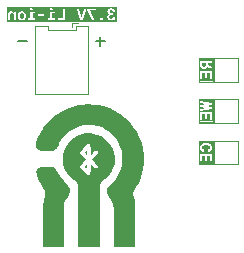
<source format=gbo>
%TF.GenerationSoftware,KiCad,Pcbnew,9.0.5*%
%TF.CreationDate,2026-01-28T11:34:24-05:00*%
%TF.ProjectId,lmp91000-pcb,6c6d7039-3130-4303-902d-7063622e6b69,rev?*%
%TF.SameCoordinates,Original*%
%TF.FileFunction,Legend,Bot*%
%TF.FilePolarity,Positive*%
%FSLAX46Y46*%
G04 Gerber Fmt 4.6, Leading zero omitted, Abs format (unit mm)*
G04 Created by KiCad (PCBNEW 9.0.5) date 2026-01-28 11:34:24*
%MOMM*%
%LPD*%
G01*
G04 APERTURE LIST*
%ADD10C,0.100000*%
%ADD11C,0.200000*%
%ADD12C,0.150000*%
%ADD13C,0.120000*%
%ADD14C,0.000000*%
G04 APERTURE END LIST*
D10*
X56700000Y-40900000D02*
X58000000Y-40900000D01*
X56700000Y-47900000D02*
X58000000Y-47900000D01*
D11*
X58000000Y-46050000D02*
X58000000Y-47950000D01*
D10*
X56700000Y-39100000D02*
X58000000Y-39100000D01*
X56700000Y-46100000D02*
X58000000Y-46100000D01*
X56700000Y-44400000D02*
X58000000Y-44400000D01*
X56700000Y-46000000D02*
X60000000Y-46000000D01*
X60000000Y-48000000D01*
X56700000Y-48000000D01*
X56700000Y-46000000D01*
X56700000Y-42500000D02*
X60000000Y-42500000D01*
X60000000Y-44500000D01*
X56700000Y-44500000D01*
X56700000Y-42500000D01*
D11*
X58000000Y-39050000D02*
X58000000Y-40950000D01*
D10*
X56700000Y-42600000D02*
X58000000Y-42600000D01*
X56700000Y-39000000D02*
X60000000Y-39000000D01*
X60000000Y-41000000D01*
X56700000Y-41000000D01*
X56700000Y-39000000D01*
D11*
X58000000Y-42550000D02*
X58000000Y-44450000D01*
D12*
G36*
X57302618Y-39584299D02*
G01*
X57299290Y-39627072D01*
X57289979Y-39662517D01*
X57274250Y-39693605D01*
X57253464Y-39717533D01*
X57232638Y-39733041D01*
X57207669Y-39744522D01*
X57180066Y-39751349D01*
X57148257Y-39753742D01*
X57110083Y-39750603D01*
X57078220Y-39741774D01*
X57050306Y-39726714D01*
X57028028Y-39705932D01*
X57012580Y-39682840D01*
X57000734Y-39653969D01*
X56993674Y-39621964D01*
X56991147Y-39583627D01*
X56991147Y-39442210D01*
X57302618Y-39442210D01*
X57302618Y-39584299D01*
G37*
G36*
X57941111Y-40881697D02*
G01*
X56724271Y-40881697D01*
X56724271Y-40768510D01*
X56835382Y-40768510D01*
X56991819Y-40768510D01*
X56991819Y-40293030D01*
X57242534Y-40293030D01*
X57242534Y-40701588D01*
X57394148Y-40701588D01*
X57394148Y-40293030D01*
X57674905Y-40293030D01*
X57674905Y-40770586D01*
X57830000Y-40770586D01*
X57830000Y-40100445D01*
X56835382Y-40100445D01*
X56835382Y-40768510D01*
X56724271Y-40768510D01*
X56724271Y-39583627D01*
X56835382Y-39583627D01*
X56840464Y-39663981D01*
X56854860Y-39733226D01*
X56879344Y-39796393D01*
X56911891Y-39848020D01*
X56953942Y-39889672D01*
X57005497Y-39920743D01*
X57064466Y-39939684D01*
X57135251Y-39946389D01*
X57186998Y-39943082D01*
X57231238Y-39933749D01*
X57272034Y-39918262D01*
X57307442Y-39897845D01*
X57339358Y-39871654D01*
X57366854Y-39840815D01*
X57390217Y-39806084D01*
X57410573Y-39766687D01*
X57821146Y-39980522D01*
X57830000Y-39980522D01*
X57830000Y-39774930D01*
X57458384Y-39587718D01*
X57458384Y-39442210D01*
X57830000Y-39442210D01*
X57830000Y-39250297D01*
X56835382Y-39250297D01*
X56835382Y-39583627D01*
X56724271Y-39583627D01*
X56724271Y-39139186D01*
X57941111Y-39139186D01*
X57941111Y-40881697D01*
G37*
X48766666Y-37573866D02*
X48004762Y-37573866D01*
X48385714Y-37954819D02*
X48385714Y-37192914D01*
X42195236Y-37573866D02*
X41433332Y-37573866D01*
G36*
X57941111Y-44381697D02*
G01*
X56724271Y-44381697D01*
X56724271Y-44268510D01*
X56835382Y-44268510D01*
X56991819Y-44268510D01*
X56991819Y-43793030D01*
X57242534Y-43793030D01*
X57242534Y-44201588D01*
X57394148Y-44201588D01*
X57394148Y-43793030D01*
X57674905Y-43793030D01*
X57674905Y-44270586D01*
X57830000Y-44270586D01*
X57830000Y-43600445D01*
X56835382Y-43600445D01*
X56835382Y-44268510D01*
X56724271Y-44268510D01*
X56724271Y-42854100D01*
X56835382Y-42854100D01*
X57391461Y-42920351D01*
X57430357Y-42925174D01*
X57389385Y-42931280D01*
X56835382Y-43009866D01*
X56835382Y-43147191D01*
X57393476Y-43230478D01*
X57434448Y-43236645D01*
X57392805Y-43241408D01*
X56835382Y-43309063D01*
X56835382Y-43485284D01*
X57830000Y-43347287D01*
X57830000Y-43173814D01*
X57293093Y-43087046D01*
X57242534Y-43079536D01*
X57293093Y-43072025D01*
X57830000Y-42988678D01*
X57830000Y-42815143D01*
X56835382Y-42678550D01*
X56835382Y-42854100D01*
X56724271Y-42854100D01*
X56724271Y-42567439D01*
X57941111Y-42567439D01*
X57941111Y-44381697D01*
G37*
G36*
X41784157Y-35220595D02*
G01*
X41816398Y-35233702D01*
X41843593Y-35254563D01*
X41865552Y-35282184D01*
X41881932Y-35314719D01*
X41893640Y-35353197D01*
X41900231Y-35394233D01*
X41902494Y-35438621D01*
X41902494Y-35452971D01*
X41900220Y-35498532D01*
X41893640Y-35540043D01*
X41881887Y-35578738D01*
X41865552Y-35610751D01*
X41843535Y-35638308D01*
X41816032Y-35659234D01*
X41783401Y-35672334D01*
X41742637Y-35677002D01*
X41703046Y-35672359D01*
X41670891Y-35659234D01*
X41643677Y-35638338D01*
X41621676Y-35610751D01*
X41605917Y-35578789D01*
X41594382Y-35540043D01*
X41587802Y-35498532D01*
X41585528Y-35452971D01*
X41585528Y-35438621D01*
X41587790Y-35394233D01*
X41594382Y-35353197D01*
X41605873Y-35314670D01*
X41621676Y-35282184D01*
X41643684Y-35254560D01*
X41670891Y-35233702D01*
X41703216Y-35220614D01*
X41743980Y-35215933D01*
X41784157Y-35220595D01*
G37*
G36*
X49761232Y-35940460D02*
G01*
X40456168Y-35940460D01*
X40456168Y-35360036D01*
X40567279Y-35360036D01*
X40567279Y-35815000D01*
X40757239Y-35815000D01*
X40757239Y-35362784D01*
X40759964Y-35321128D01*
X40767131Y-35290732D01*
X40779516Y-35264788D01*
X40795463Y-35245975D01*
X40815563Y-35232150D01*
X40839854Y-35223077D01*
X40898595Y-35216605D01*
X40948848Y-35222772D01*
X40989453Y-35241151D01*
X41015465Y-35262400D01*
X41036592Y-35289694D01*
X41036592Y-35815000D01*
X41227224Y-35815000D01*
X41227224Y-35438621D01*
X41394896Y-35438621D01*
X41394896Y-35452971D01*
X41400876Y-35532148D01*
X41418160Y-35602936D01*
X41446969Y-35667577D01*
X41485755Y-35722065D01*
X41534931Y-35766833D01*
X41595053Y-35801017D01*
X41639163Y-35816452D01*
X41688100Y-35826027D01*
X41742637Y-35829349D01*
X41797627Y-35826022D01*
X41846885Y-35816442D01*
X41891198Y-35801017D01*
X41951588Y-35766817D01*
X42000863Y-35722065D01*
X42040191Y-35667530D01*
X42043285Y-35660638D01*
X42252555Y-35660638D01*
X42252555Y-35815000D01*
X42855102Y-35815000D01*
X42855102Y-35660638D01*
X43930992Y-35660638D01*
X43930992Y-35815000D01*
X44533539Y-35815000D01*
X44533539Y-35660638D01*
X44323124Y-35660638D01*
X44323124Y-35659905D01*
X44758609Y-35659905D01*
X44758609Y-35815000D01*
X45417149Y-35815000D01*
X45417149Y-34820382D01*
X46379649Y-34820382D01*
X46680922Y-35815000D01*
X46876316Y-35815000D01*
X47144864Y-34926261D01*
X47291285Y-34926261D01*
X47678654Y-35815000D01*
X47878750Y-35815000D01*
X47827928Y-35705029D01*
X48324493Y-35705029D01*
X48328609Y-35739017D01*
X48340512Y-35768123D01*
X48360397Y-35793506D01*
X48386248Y-35812645D01*
X48417714Y-35824476D01*
X48456384Y-35828677D01*
X48495431Y-35824417D01*
X48526972Y-35812453D01*
X48552677Y-35793140D01*
X48572389Y-35767610D01*
X48584159Y-35738606D01*
X48588214Y-35705029D01*
X48584249Y-35671333D01*
X48572717Y-35641962D01*
X48553410Y-35615881D01*
X48528005Y-35596049D01*
X48496282Y-35583720D01*
X48456384Y-35579305D01*
X48416904Y-35583659D01*
X48385273Y-35595855D01*
X48359725Y-35615514D01*
X48340209Y-35641451D01*
X48328524Y-35670925D01*
X48324493Y-35705029D01*
X47827928Y-35705029D01*
X47749931Y-35536257D01*
X48966974Y-35536257D01*
X48973873Y-35603273D01*
X48993658Y-35660638D01*
X49025350Y-35710981D01*
X49066747Y-35752168D01*
X49116811Y-35784811D01*
X49177084Y-35809199D01*
X49242587Y-35823688D01*
X49314715Y-35828677D01*
X49377533Y-35824318D01*
X49438729Y-35811275D01*
X49496258Y-35789085D01*
X49546257Y-35758274D01*
X49588574Y-35719017D01*
X49621789Y-35670225D01*
X49637172Y-35633683D01*
X49646764Y-35592092D01*
X49650121Y-35544501D01*
X49460222Y-35544501D01*
X49457439Y-35572332D01*
X49449293Y-35597440D01*
X49435974Y-35619884D01*
X49417846Y-35638778D01*
X49396444Y-35654395D01*
X49370769Y-35666439D01*
X49342499Y-35673784D01*
X49310624Y-35676331D01*
X49274913Y-35673655D01*
X49244373Y-35666072D01*
X49217067Y-35653239D01*
X49195158Y-35636031D01*
X49178462Y-35616383D01*
X49166154Y-35592311D01*
X49158780Y-35565340D01*
X49156201Y-35534242D01*
X49159318Y-35495677D01*
X49167864Y-35465244D01*
X49182193Y-35438880D01*
X49201325Y-35418105D01*
X49225650Y-35402236D01*
X49254936Y-35390811D01*
X49287154Y-35384232D01*
X49324973Y-35381896D01*
X49428105Y-35381896D01*
X49428105Y-35234373D01*
X49324973Y-35234373D01*
X49285615Y-35231359D01*
X49254265Y-35223077D01*
X49226921Y-35209206D01*
X49206088Y-35191325D01*
X49191283Y-35171840D01*
X49180503Y-35147972D01*
X49174148Y-35121588D01*
X49171955Y-35092285D01*
X49174163Y-35063754D01*
X49180503Y-35038674D01*
X49191210Y-35015895D01*
X49206088Y-34996603D01*
X49225089Y-34981676D01*
X49249502Y-34969980D01*
X49277050Y-34962928D01*
X49310624Y-34960394D01*
X49338669Y-34962500D01*
X49364235Y-34968637D01*
X49387789Y-34978668D01*
X49407588Y-34991840D01*
X49424725Y-35009106D01*
X49437691Y-35029392D01*
X49445812Y-35052284D01*
X49448621Y-35078607D01*
X49638520Y-35078607D01*
X49632156Y-35019942D01*
X49613607Y-34967965D01*
X49584019Y-34921589D01*
X49544914Y-34881870D01*
X49497992Y-34850611D01*
X49442149Y-34826549D01*
X49381449Y-34811777D01*
X49314715Y-34806704D01*
X49242838Y-34811398D01*
X49179465Y-34824839D01*
X49121583Y-34847707D01*
X49074258Y-34878450D01*
X49035513Y-34918704D01*
X49006297Y-34967599D01*
X48988392Y-35023344D01*
X48982056Y-35090209D01*
X48984445Y-35122020D01*
X48991643Y-35153407D01*
X49003344Y-35183611D01*
X49019608Y-35212513D01*
X49040069Y-35239145D01*
X49065404Y-35264049D01*
X49094415Y-35285777D01*
X49128235Y-35304715D01*
X49088706Y-35322151D01*
X49056184Y-35343000D01*
X49028184Y-35367989D01*
X49005931Y-35395573D01*
X48988737Y-35426898D01*
X48976561Y-35461153D01*
X48969413Y-35497368D01*
X48966974Y-35536257D01*
X47749931Y-35536257D01*
X47490770Y-34975476D01*
X47990125Y-34975476D01*
X47990125Y-34820382D01*
X47291285Y-34820382D01*
X47291285Y-34926261D01*
X47144864Y-34926261D01*
X47176857Y-34820382D01*
X46965099Y-34820382D01*
X46796388Y-35470006D01*
X46779291Y-35536990D01*
X46760851Y-35469335D01*
X46591407Y-34820382D01*
X46379649Y-34820382D01*
X45417149Y-34820382D01*
X45224502Y-34820382D01*
X45224502Y-35659905D01*
X44758609Y-35659905D01*
X44323124Y-35659905D01*
X44323124Y-35230954D01*
X44533539Y-35230954D01*
X44533539Y-35075860D01*
X44131149Y-35075860D01*
X44131149Y-35660638D01*
X43930992Y-35660638D01*
X42855102Y-35660638D01*
X42644687Y-35660638D01*
X42644687Y-35452971D01*
X43079500Y-35452971D01*
X43648525Y-35452971D01*
X43648525Y-35299220D01*
X43079500Y-35299220D01*
X43079500Y-35452971D01*
X42644687Y-35452971D01*
X42644687Y-35230954D01*
X42855102Y-35230954D01*
X42855102Y-35075860D01*
X42452712Y-35075860D01*
X42452712Y-35660638D01*
X42252555Y-35660638D01*
X42043285Y-35660638D01*
X42069190Y-35602936D01*
X42086428Y-35532151D01*
X42092393Y-35452971D01*
X42092393Y-35438621D01*
X42086439Y-35360036D01*
X42069190Y-35289389D01*
X42040190Y-35224732D01*
X42000863Y-35170137D01*
X41951707Y-35125276D01*
X41891869Y-35090881D01*
X41847973Y-35075269D01*
X41798954Y-35065560D01*
X41743980Y-35062182D01*
X41689007Y-35065555D01*
X41639880Y-35075261D01*
X41595786Y-35090881D01*
X41535515Y-35125267D01*
X41485755Y-35170137D01*
X41446969Y-35224686D01*
X41418160Y-35289389D01*
X41400865Y-35360039D01*
X41394896Y-35438621D01*
X41227224Y-35438621D01*
X41227224Y-35075860D01*
X41055032Y-35075860D01*
X41043431Y-35178319D01*
X41012046Y-35140767D01*
X40975837Y-35109993D01*
X40941577Y-35089557D01*
X40904090Y-35074516D01*
X40864282Y-35065316D01*
X40821414Y-35062182D01*
X40766995Y-35066419D01*
X40718954Y-35078607D01*
X40675572Y-35099764D01*
X40638354Y-35130509D01*
X40609171Y-35170673D01*
X40586086Y-35223077D01*
X40572365Y-35282767D01*
X40567279Y-35360036D01*
X40456168Y-35360036D01*
X40456168Y-34886632D01*
X42439034Y-34886632D01*
X42442468Y-34914952D01*
X42452345Y-34938870D01*
X42468771Y-34959417D01*
X42490168Y-34974771D01*
X42516475Y-34984335D01*
X42549066Y-34987749D01*
X42572879Y-34985809D01*
X42593762Y-34980239D01*
X42612634Y-34971081D01*
X42628262Y-34959050D01*
X42640927Y-34944704D01*
X42650488Y-34927299D01*
X42656362Y-34907901D01*
X42658364Y-34886632D01*
X44117471Y-34886632D01*
X44120904Y-34914952D01*
X44130782Y-34938870D01*
X44147208Y-34959417D01*
X44168605Y-34974771D01*
X44194912Y-34984335D01*
X44227503Y-34987749D01*
X44251316Y-34985809D01*
X44272199Y-34980239D01*
X44291070Y-34971081D01*
X44306698Y-34959050D01*
X44319363Y-34944704D01*
X44328925Y-34927299D01*
X44334799Y-34907901D01*
X44336801Y-34886632D01*
X44334797Y-34865372D01*
X44328925Y-34846027D01*
X44319392Y-34828447D01*
X44306698Y-34813543D01*
X44272199Y-34793087D01*
X44251313Y-34787471D01*
X44227503Y-34785516D01*
X44194916Y-34788936D01*
X44168609Y-34798519D01*
X44147208Y-34813909D01*
X44130784Y-34834418D01*
X44120906Y-34858315D01*
X44117471Y-34886632D01*
X42658364Y-34886632D01*
X42656360Y-34865372D01*
X42650488Y-34846027D01*
X42640955Y-34828447D01*
X42628262Y-34813543D01*
X42593762Y-34793087D01*
X42572876Y-34787471D01*
X42549066Y-34785516D01*
X42516479Y-34788936D01*
X42490172Y-34798519D01*
X42468771Y-34813909D01*
X42452347Y-34834418D01*
X42442469Y-34858315D01*
X42439034Y-34886632D01*
X40456168Y-34886632D01*
X40456168Y-34674405D01*
X49761232Y-34674405D01*
X49761232Y-35940460D01*
G37*
G36*
X57955460Y-47881697D02*
G01*
X56709921Y-47881697D01*
X56709921Y-47768510D01*
X56835382Y-47768510D01*
X56991819Y-47768510D01*
X56991819Y-47293030D01*
X57242534Y-47293030D01*
X57242534Y-47701588D01*
X57394148Y-47701588D01*
X57394148Y-47293030D01*
X57674905Y-47293030D01*
X57674905Y-47770586D01*
X57830000Y-47770586D01*
X57830000Y-47100445D01*
X56835382Y-47100445D01*
X56835382Y-47768510D01*
X56709921Y-47768510D01*
X56709921Y-46582955D01*
X56821032Y-46582955D01*
X56827126Y-46662098D01*
X56844296Y-46728768D01*
X56872809Y-46788524D01*
X56910547Y-46837762D01*
X56957833Y-46877702D01*
X57015755Y-46908775D01*
X57080539Y-46929642D01*
X57155767Y-46941565D01*
X57155767Y-46750323D01*
X57112906Y-46745397D01*
X57077915Y-46736950D01*
X57046586Y-46723780D01*
X57021861Y-46706603D01*
X57002817Y-46683858D01*
X56988766Y-46655679D01*
X56980494Y-46623587D01*
X56977470Y-46582955D01*
X56982294Y-46540945D01*
X56996582Y-46505103D01*
X57016198Y-46479524D01*
X57043415Y-46457598D01*
X57075583Y-46440383D01*
X57114063Y-46426518D01*
X57183428Y-46413512D01*
X57265066Y-46409421D01*
X57400315Y-46409421D01*
X57458183Y-46411138D01*
X57506561Y-46415893D01*
X57551594Y-46424521D01*
X57588199Y-46436104D01*
X57630514Y-46458941D01*
X57661289Y-46489349D01*
X57673088Y-46508809D01*
X57681439Y-46530687D01*
X57687911Y-46581612D01*
X57685423Y-46618034D01*
X57678386Y-46649206D01*
X57665943Y-46677245D01*
X57648283Y-46700436D01*
X57625377Y-46719079D01*
X57595710Y-46733897D01*
X57561712Y-46743549D01*
X57518468Y-46748918D01*
X57518468Y-46940893D01*
X57590956Y-46930146D01*
X57653778Y-46908470D01*
X57709749Y-46875880D01*
X57756238Y-46834342D01*
X57793373Y-46783985D01*
X57821451Y-46723639D01*
X57838434Y-46657217D01*
X57844349Y-46581612D01*
X57840217Y-46521605D01*
X57828290Y-46467856D01*
X57808559Y-46417886D01*
X57782189Y-46373944D01*
X57751438Y-46337974D01*
X57714534Y-46305923D01*
X57673121Y-46278687D01*
X57627095Y-46255731D01*
X57577692Y-46238466D01*
X57521948Y-46225323D01*
X57463569Y-46217464D01*
X57400315Y-46214759D01*
X57266409Y-46214759D01*
X57207162Y-46217192D01*
X57152042Y-46224285D01*
X57099084Y-46236419D01*
X57051231Y-46252983D01*
X56997232Y-46278492D01*
X56950176Y-46310380D01*
X56908965Y-46348506D01*
X56875010Y-46390980D01*
X56852161Y-46433007D01*
X56835076Y-46479457D01*
X56824628Y-46528802D01*
X56821032Y-46582955D01*
X56709921Y-46582955D01*
X56709921Y-46103648D01*
X57955460Y-46103648D01*
X57955460Y-47881697D01*
G37*
D13*
%TO.C,J3*%
X42890000Y-36340000D02*
X42890000Y-42060000D01*
X42890000Y-42060000D02*
X45125000Y-42060000D01*
X43960000Y-36340000D02*
X42890000Y-36340000D01*
X43960000Y-36640000D02*
X43960000Y-36340000D01*
X45125000Y-36640000D02*
X43960000Y-36640000D01*
X45125000Y-36640000D02*
X46290000Y-36640000D01*
X46000000Y-36050000D02*
X46500000Y-36050000D01*
X46000000Y-36350000D02*
X46000000Y-36050000D01*
X46290000Y-36340000D02*
X47360000Y-36340000D01*
X46290000Y-36640000D02*
X46290000Y-36340000D01*
X47360000Y-36340000D02*
X47360000Y-42060000D01*
X47360000Y-42060000D02*
X45125000Y-42060000D01*
D14*
%TO.C,G\u002A\u002A\u002A*%
G36*
X47236028Y-48170271D02*
G01*
X47235383Y-48219468D01*
X47226547Y-48307956D01*
X47204559Y-48341501D01*
X47165886Y-48322364D01*
X47106987Y-48252808D01*
X47047703Y-48173402D01*
X47141865Y-48079240D01*
X47236028Y-47985077D01*
X47236028Y-48170271D01*
G37*
G36*
X47236028Y-46986720D02*
G01*
X47236028Y-47188342D01*
X47148037Y-47104041D01*
X47128614Y-47084616D01*
X47079656Y-47026229D01*
X47060047Y-46986720D01*
X47062221Y-46977348D01*
X47092821Y-46929659D01*
X47148037Y-46869399D01*
X47236028Y-46785099D01*
X47236028Y-46986720D01*
G37*
G36*
X43905559Y-48209382D02*
G01*
X44415071Y-48218591D01*
X44527686Y-48307981D01*
X44571335Y-48348330D01*
X44667443Y-48472071D01*
X44766922Y-48644295D01*
X44805731Y-48718745D01*
X44948419Y-48968270D01*
X45098180Y-49186996D01*
X45269652Y-49394854D01*
X45477474Y-49611778D01*
X45578099Y-49711811D01*
X45687463Y-49824120D01*
X45764032Y-49910374D01*
X45813563Y-49978899D01*
X45841814Y-50038022D01*
X45854543Y-50096069D01*
X45857505Y-50161366D01*
X45854793Y-50205638D01*
X45841207Y-50271314D01*
X45813266Y-50351615D01*
X45767740Y-50453635D01*
X45701396Y-50584470D01*
X45611005Y-50751217D01*
X45493331Y-50960970D01*
X45285566Y-51327598D01*
X45295916Y-53168071D01*
X45306265Y-55008545D01*
X44423341Y-55008546D01*
X43540416Y-55008545D01*
X43542837Y-53432043D01*
X43542972Y-53358683D01*
X43544042Y-53041600D01*
X43545837Y-52729266D01*
X43548268Y-52429381D01*
X43551245Y-52149646D01*
X43554677Y-51897765D01*
X43558475Y-51681439D01*
X43562546Y-51508368D01*
X43566803Y-51386258D01*
X43568597Y-51347614D01*
X43577469Y-51177207D01*
X43586856Y-51051571D01*
X43598631Y-50959068D01*
X43614670Y-50888058D01*
X43636847Y-50826904D01*
X43667038Y-50763965D01*
X43698414Y-50693651D01*
X43740557Y-50525472D01*
X43740481Y-50361486D01*
X43697232Y-50218925D01*
X43684295Y-50195406D01*
X43634760Y-50113627D01*
X43566868Y-50007924D01*
X43491349Y-49895173D01*
X43451826Y-49835739D01*
X43332637Y-49636019D01*
X43222605Y-49422541D01*
X43126871Y-49207494D01*
X43050571Y-49003066D01*
X42998847Y-48821447D01*
X42976836Y-48674823D01*
X42977548Y-48595262D01*
X42999219Y-48510615D01*
X43054396Y-48424010D01*
X43114870Y-48352896D01*
X43183190Y-48295757D01*
X43264869Y-48254939D01*
X43368929Y-48228166D01*
X43504385Y-48213165D01*
X43680255Y-48207660D01*
X43905559Y-48209382D01*
G37*
G36*
X47792794Y-42947888D02*
G01*
X48066051Y-42971168D01*
X48299635Y-43007483D01*
X48677476Y-43100355D01*
X49177159Y-43273065D01*
X49649166Y-43496217D01*
X50090766Y-43768470D01*
X50499228Y-44088482D01*
X50501407Y-44090397D01*
X50863841Y-44447852D01*
X51185235Y-44844995D01*
X51462940Y-45277173D01*
X51694309Y-45739737D01*
X51876693Y-46228034D01*
X52007443Y-46737413D01*
X52021617Y-46819876D01*
X52044144Y-47025934D01*
X52057635Y-47267334D01*
X52062211Y-47528847D01*
X52057988Y-47795248D01*
X52045091Y-48051311D01*
X52023639Y-48281808D01*
X51993751Y-48471515D01*
X51921042Y-48778137D01*
X51788575Y-49189880D01*
X51620821Y-49569100D01*
X51413229Y-49927212D01*
X51295424Y-50120169D01*
X51215668Y-50285347D01*
X51173595Y-50431795D01*
X51167285Y-50570932D01*
X51194818Y-50714185D01*
X51254273Y-50872979D01*
X51342264Y-51073457D01*
X51342264Y-53041000D01*
X51342264Y-55008545D01*
X50433026Y-55008546D01*
X49523788Y-55008545D01*
X49523441Y-53314722D01*
X49523412Y-53229813D01*
X49522981Y-52867453D01*
X49521983Y-52558317D01*
X49520315Y-52297925D01*
X49517874Y-52081801D01*
X49514560Y-51905468D01*
X49510270Y-51764447D01*
X49504902Y-51654261D01*
X49498354Y-51570432D01*
X49490526Y-51508484D01*
X49481312Y-51463938D01*
X49465782Y-51417338D01*
X49421872Y-51311663D01*
X49358840Y-51175634D01*
X49282573Y-51021788D01*
X49198961Y-50862667D01*
X49158101Y-50786673D01*
X49055131Y-50585368D01*
X48984370Y-50421317D01*
X48946349Y-50285318D01*
X48941600Y-50168170D01*
X48970656Y-50060672D01*
X49034048Y-49953621D01*
X49132311Y-49837816D01*
X49265974Y-49704056D01*
X49417783Y-49551142D01*
X49693233Y-49226668D01*
X49912122Y-48894044D01*
X50075799Y-48550136D01*
X50185613Y-48191803D01*
X50242912Y-47815914D01*
X50249049Y-47419331D01*
X50241329Y-47300074D01*
X50179313Y-46890141D01*
X50063529Y-46503626D01*
X49894138Y-46140899D01*
X49671309Y-45802332D01*
X49395203Y-45488297D01*
X49195148Y-45305765D01*
X48871937Y-45073473D01*
X48522194Y-44893015D01*
X48144140Y-44763532D01*
X47735998Y-44684160D01*
X47402967Y-44663564D01*
X47023462Y-44692490D01*
X46650204Y-44774596D01*
X46289342Y-44907087D01*
X45947022Y-45087172D01*
X45629394Y-45312056D01*
X45342604Y-45578948D01*
X45092800Y-45885052D01*
X45089331Y-45890076D01*
X45046789Y-45959863D01*
X44987024Y-46067186D01*
X44917483Y-46198350D01*
X44845612Y-46339660D01*
X44793179Y-46444056D01*
X44731719Y-46560172D01*
X44681998Y-46641209D01*
X44636218Y-46697922D01*
X44586578Y-46741066D01*
X44525280Y-46781397D01*
X44380929Y-46869399D01*
X43850684Y-46869399D01*
X43666804Y-46869049D01*
X43524001Y-46867262D01*
X43420344Y-46862972D01*
X43345894Y-46855114D01*
X43290710Y-46842621D01*
X43244856Y-46824427D01*
X43198391Y-46799469D01*
X43125009Y-46752904D01*
X43017116Y-46651781D01*
X42958192Y-46532768D01*
X42941781Y-46385451D01*
X42944930Y-46333784D01*
X42977601Y-46161839D01*
X43042332Y-45957078D01*
X43135184Y-45728624D01*
X43252221Y-45485598D01*
X43389505Y-45237123D01*
X43543099Y-44992317D01*
X43566776Y-44957248D01*
X43883080Y-44544307D01*
X44239602Y-44172995D01*
X44633493Y-43845208D01*
X45061905Y-43562839D01*
X45521991Y-43327785D01*
X46010902Y-43141941D01*
X46525791Y-43007203D01*
X46651268Y-42985186D01*
X46909101Y-42956294D01*
X47196908Y-42940449D01*
X47497276Y-42937648D01*
X47792794Y-42947888D01*
G37*
G36*
X49562147Y-47039688D02*
G01*
X49619609Y-47357608D01*
X49628668Y-47680303D01*
X49587504Y-48001961D01*
X49494298Y-48316776D01*
X49347230Y-48618941D01*
X49206158Y-48826271D01*
X48987854Y-49071993D01*
X48743073Y-49278044D01*
X48737615Y-49281954D01*
X48636187Y-49359444D01*
X48545424Y-49436731D01*
X48484391Y-49497635D01*
X48457551Y-49529778D01*
X48433299Y-49561632D01*
X48412109Y-49596123D01*
X48393774Y-49636987D01*
X48378088Y-49687958D01*
X48364844Y-49752771D01*
X48353835Y-49835161D01*
X48344855Y-49938863D01*
X48337697Y-50067612D01*
X48332155Y-50225144D01*
X48328022Y-50415191D01*
X48325091Y-50641488D01*
X48323156Y-50907773D01*
X48322012Y-51217779D01*
X48321449Y-51575240D01*
X48321264Y-51983893D01*
X48321248Y-52447471D01*
X48321248Y-55008545D01*
X47412010Y-55008545D01*
X46502772Y-55008545D01*
X46502772Y-52432806D01*
X46502714Y-52089528D01*
X46502423Y-51674346D01*
X46501830Y-51311382D01*
X46500876Y-50996935D01*
X46499500Y-50727305D01*
X46497641Y-50498790D01*
X46495239Y-50307689D01*
X46492232Y-50150301D01*
X46488561Y-50022925D01*
X46484165Y-49921860D01*
X46478982Y-49843404D01*
X46472953Y-49783857D01*
X46466017Y-49739518D01*
X46458114Y-49706685D01*
X46407295Y-49585992D01*
X46292656Y-49437088D01*
X46123690Y-49304979D01*
X45960446Y-49183692D01*
X45763867Y-48991181D01*
X45583299Y-48764493D01*
X45429253Y-48517127D01*
X45312240Y-48262586D01*
X45303832Y-48239991D01*
X45274393Y-48155221D01*
X45253919Y-48078746D01*
X45240746Y-47997176D01*
X45233212Y-47897121D01*
X45229650Y-47765189D01*
X45228398Y-47587990D01*
X45228378Y-47581320D01*
X45231465Y-47354150D01*
X45244445Y-47168743D01*
X45270945Y-47008953D01*
X45277446Y-46986562D01*
X46649423Y-46986562D01*
X46649902Y-46990170D01*
X46675261Y-47035147D01*
X46733532Y-47110114D01*
X46816854Y-47205526D01*
X46917365Y-47311841D01*
X47185304Y-47585064D01*
X46917364Y-47862518D01*
X46899700Y-47880923D01*
X46801862Y-47987288D01*
X46722355Y-48081062D01*
X46668952Y-48152671D01*
X46649423Y-48192543D01*
X46656852Y-48211032D01*
X46698801Y-48269444D01*
X46771529Y-48355333D01*
X46867904Y-48460433D01*
X46980793Y-48576482D01*
X47112346Y-48705837D01*
X47215976Y-48801792D01*
X47292600Y-48864080D01*
X47348449Y-48897750D01*
X47389753Y-48907852D01*
X47401960Y-48907629D01*
X47459371Y-48896621D01*
X47501216Y-48863733D01*
X47529779Y-48801637D01*
X47547350Y-48703007D01*
X47556214Y-48560515D01*
X47558661Y-48366834D01*
X47558661Y-47956192D01*
X47757376Y-48153384D01*
X47824021Y-48216900D01*
X47938598Y-48308483D01*
X48028119Y-48351096D01*
X48095645Y-48345845D01*
X48144234Y-48293845D01*
X48162740Y-48251929D01*
X48168412Y-48202096D01*
X48150287Y-48146898D01*
X48103575Y-48077691D01*
X48023484Y-47985832D01*
X47905221Y-47862677D01*
X47635845Y-47587990D01*
X47905222Y-47313304D01*
X47981296Y-47234112D01*
X48088667Y-47111946D01*
X48153621Y-47018167D01*
X48178545Y-46947637D01*
X48165831Y-46895217D01*
X48117864Y-46855766D01*
X48065763Y-46834009D01*
X48010501Y-46832344D01*
X47948462Y-46859621D01*
X47868912Y-46920804D01*
X47761121Y-47020862D01*
X47558661Y-47216321D01*
X47558662Y-46800885D01*
X47558209Y-46659966D01*
X47555740Y-46534376D01*
X47549962Y-46448591D01*
X47539598Y-46392283D01*
X47523370Y-46355125D01*
X47500000Y-46326790D01*
X47489876Y-46316852D01*
X47435171Y-46276831D01*
X47379922Y-46275070D01*
X47300565Y-46309532D01*
X47268664Y-46330423D01*
X47196052Y-46390388D01*
X47104310Y-46475121D01*
X47002318Y-46575387D01*
X46898956Y-46681954D01*
X46803106Y-46785590D01*
X46723647Y-46877057D01*
X46669459Y-46947126D01*
X46649423Y-46986562D01*
X45277446Y-46986562D01*
X45314590Y-46858628D01*
X45379009Y-46701623D01*
X45467825Y-46521791D01*
X45516013Y-46438289D01*
X45648550Y-46255494D01*
X45814325Y-46069649D01*
X45999473Y-45894412D01*
X46190133Y-45743442D01*
X46372445Y-45630398D01*
X46593807Y-45527279D01*
X46851378Y-45441127D01*
X47116773Y-45393090D01*
X47412010Y-45377816D01*
X47603441Y-45383308D01*
X47880830Y-45418763D01*
X48140589Y-45491142D01*
X48403137Y-45605125D01*
X48612456Y-45724936D01*
X48884647Y-45931880D01*
X49117531Y-46172635D01*
X49309288Y-46441393D01*
X49458100Y-46732347D01*
X49530984Y-46947637D01*
X49562147Y-47039688D01*
G37*
%TD*%
M02*

</source>
